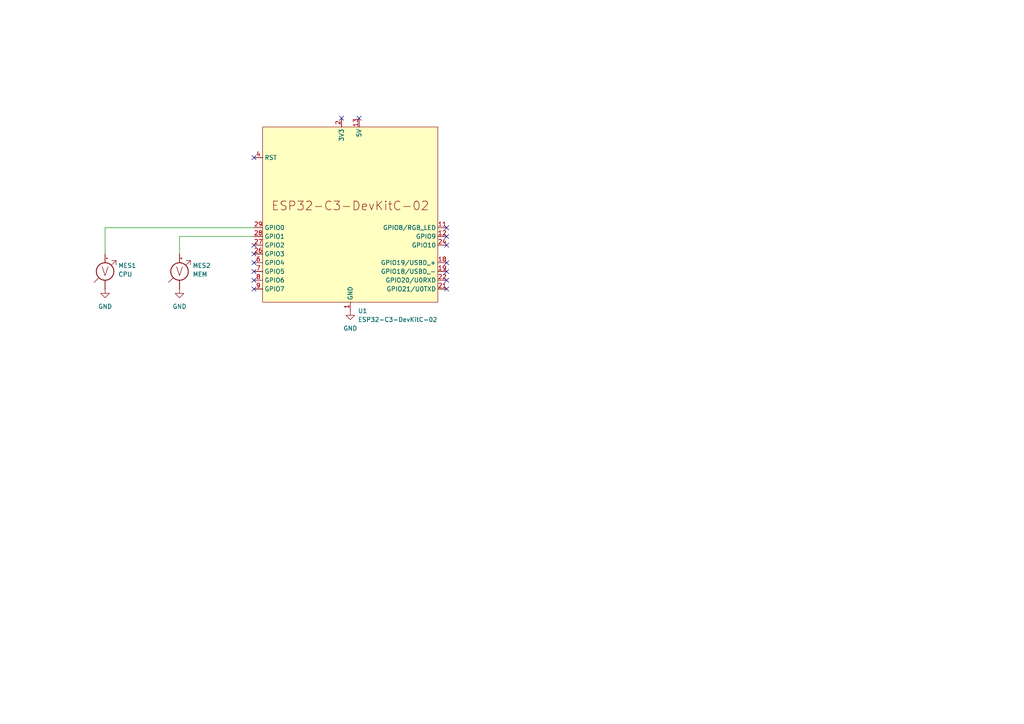
<source format=kicad_sch>
(kicad_sch (version 20231120) (generator "eeschema") (generator_version "8.0")
  (paper "A4")
  (title_block (title "Analog CPU Meter") (company "Atsushi Morimoto(@74th)"))
  (lib_symbols
    (symbol "Device:Voltmeter_DC" (pin_numbers hide) (pin_names (offset 0.0254) hide)
      (property "Reference" "MES" (at -3.302 1.016 0))
      (property "Value" "Voltmeter_DC" (at -3.302 -0.762 0))
      (symbol "Voltmeter_DC_0_0"
        (polyline (pts (xy -3.175 -3.175) (xy -1.905 -1.905)))
        (polyline (pts (xy 1.905 1.905) (xy 3.175 3.175)))
        (polyline (pts (xy 1.905 3.175) (xy 3.175 3.175) (xy 3.175 1.905)))
        (text "V" (at 0 0 0) (effects (font (size 2.54 2.54))))
      )
      (symbol "Voltmeter_DC_0_1"
        (polyline (pts (xy 0.254 3.81) (xy 0.762 3.81)))
        (polyline (pts (xy 0.508 4.064) (xy 0.508 3.556)))
        (circle (center 0 0) (radius 2.54) (stroke (width 0.254)))
      )
      (symbol "Voltmeter_DC_1_1"
        (pin passive line (at 0 -5.08 90) (length 2.54) (name "-") (number "1"))
        (pin passive line (at 0 5.08 270) (length 2.54) (name "+") (number "2"))
      )
    )
    (symbol "PCM_Espressif:ESP32-C3-DevKitC-02"
      (property "Reference" "U" (at -25.4 30.48 0))
      (property "Value" "ESP32-C3-DevKitC-02" (at -25.4 27.94 0))
      (symbol "ESP32-C3-DevKitC-02_0_1"
        (rectangle (start -25.4 25.4) (end 25.4 -25.4) (fill (type background)))
      )
      (symbol "ESP32-C3-DevKitC-02_1_0"
        (text "ESP32-C3-DevKitC-02" (at 0 2.54 0) (effects (font (size 2.54 2.54))))
      )
      (symbol "ESP32-C3-DevKitC-02_1_1"
        (pin passive line (at 0 -27.94 90) (length 2.54) (name "GND") (number "1"))
        (pin passive line (at 0 -27.94 90) (length 2.54) hide (name "GND") (number "10"))
        (pin bidirectional line (at 27.94 -3.81 180) (length 2.54) (name "GPIO8/RGB_LED") (number "11"))
        (pin bidirectional line (at 27.94 -6.35 180) (length 2.54) (name "GPIO9") (number "12"))
        (pin power_in line (at 2.54 27.94 270) (length 2.54) (name "5V") (number "13"))
        (pin power_in line (at 2.54 27.94 270) (length 2.54) hide (name "5V") (number "14"))
        (pin passive line (at 0 -27.94 90) (length 2.54) hide (name "GND") (number "15"))
        (pin passive line (at 0 -27.94 90) (length 2.54) hide (name "GND") (number "16"))
        (pin passive line (at 0 -27.94 90) (length 2.54) hide (name "GND") (number "17"))
        (pin bidirectional line (at 27.94 -13.97 180) (length 2.54) (name "GPIO19/USBD_+") (number "18"))
        (pin bidirectional line (at 27.94 -16.51 180) (length 2.54) (name "GPIO18/USBD_-") (number "19"))
        (pin power_in line (at -2.54 27.94 270) (length 2.54) (name "3V3") (number "2"))
        (pin passive line (at 0 -27.94 90) (length 2.54) hide (name "GND") (number "20"))
        (pin bidirectional line (at 27.94 -21.59 180) (length 2.54) (name "GPIO21/U0TXD") (number "21"))
        (pin bidirectional line (at 27.94 -19.05 180) (length 2.54) (name "GPIO20/U0RXD") (number "22"))
        (pin passive line (at 0 -27.94 90) (length 2.54) hide (name "GND") (number "23"))
        (pin bidirectional line (at 27.94 -8.89 180) (length 2.54) (name "GPIO10") (number "24"))
        (pin passive line (at 0 -27.94 90) (length 2.54) hide (name "GND") (number "25"))
        (pin bidirectional line (at -27.94 -11.43 0) (length 2.54) (name "GPIO3") (number "26"))
        (pin bidirectional line (at -27.94 -8.89 0) (length 2.54) (name "GPIO2") (number "27"))
        (pin bidirectional line (at -27.94 -6.35 0) (length 2.54) (name "GPIO1") (number "28"))
        (pin bidirectional line (at -27.94 -3.81 0) (length 2.54) (name "GPIO0") (number "29"))
        (pin power_in line (at -2.54 27.94 270) (length 2.54) hide (name "3V3") (number "3"))
        (pin passive line (at 0 -27.94 90) (length 2.54) hide (name "GND") (number "30"))
        (pin output line (at -27.94 16.51 0) (length 2.54) (name "RST") (number "4"))
        (pin passive line (at 0 -27.94 90) (length 2.54) hide (name "GND") (number "5"))
        (pin bidirectional line (at -27.94 -13.97 0) (length 2.54) (name "GPIO4") (number "6"))
        (pin bidirectional line (at -27.94 -16.51 0) (length 2.54) (name "GPIO5") (number "7"))
        (pin bidirectional line (at -27.94 -19.05 0) (length 2.54) (name "GPIO6") (number "8"))
        (pin bidirectional line (at -27.94 -21.59 0) (length 2.54) (name "GPIO7") (number "9"))
      )
    )
    (symbol "power:GND" (power) (pin_numbers hide) (pin_names (offset 0) hide)
      (property "Value" "GND" (at 0 -3.81 0))
      (symbol "GND_0_1"
        (polyline (pts (xy 0 0) (xy 0 -1.27) (xy 1.27 -1.27) (xy 0 -2.54) (xy -1.27 -1.27) (xy 0 -1.27)))
      )
      (symbol "GND_1_1"
        (pin power_in line (at 0 0 270) (length 0) (name "~") (number "1"))
      )
    )
  )
  (no_connect (at 73.66 71.12))
  (no_connect (at 129.54 83.82))
  (no_connect (at 129.54 66.04))
  (no_connect (at 129.54 68.58))
  (no_connect (at 73.66 76.2))
  (no_connect (at 99.06 34.29))
  (no_connect (at 129.54 78.74))
  (no_connect (at 129.54 81.28))
  (no_connect (at 129.54 71.12))
  (no_connect (at 73.66 83.82))
  (no_connect (at 104.14 34.29))
  (no_connect (at 73.66 73.66))
  (no_connect (at 73.66 81.28))
  (no_connect (at 129.54 76.2))
  (no_connect (at 73.66 78.74))
  (no_connect (at 73.66 45.72))
  (wire (pts (xy 30.48 66.04) (xy 30.48 73.66)))
  (wire (pts (xy 73.66 68.58) (xy 52.07 68.58)))
  (wire (pts (xy 73.66 66.04) (xy 30.48 66.04)))
  (wire (pts (xy 52.07 68.58) (xy 52.07 73.66)))
  (symbol (lib_id "Device:Voltmeter_DC") (at 52.07 78.74 0) (unit 1)
    (property "Reference" "MES2" (at 55.88 77.0254 0) (effects (justify left)))
    (property "Value" "MEM" (at 55.88 79.5654 0) (effects (justify left)))
    (property "Description" "DC voltmeter" (effects (hide yes)))
  )
  (symbol (lib_id "Device:Voltmeter_DC") (at 30.48 78.74 0) (unit 1)
    (property "Reference" "MES1" (at 34.29 77.0254 0) (effects (justify left)))
    (property "Value" "CPU" (at 34.29 79.5654 0) (effects (justify left)))
    (property "Description" "DC voltmeter" (effects (hide yes)))
  )
  (symbol (lib_id "power:GND") (at 52.07 83.82 0) (unit 1)
    (property "Reference" "#PWR03" (effects (hide yes)))
    (property "Value" "GND" (at 52.07 88.9 0))
    (property "Description" "Power symbol creates a global label with name \"GND\" , ground" (effects (hide yes)))
  )
  (symbol (lib_id "PCM_Espressif:ESP32-C3-DevKitC-02") (at 101.6 62.23 0) (unit 1)
    (property "Reference" "U1" (at 103.7941 90.17 0) (effects (justify left)))
    (property "Value" "ESP32-C3-DevKitC-02" (at 103.7941 92.71 0) (effects (justify left)))
    (property "Footprint" "PCM_Espressif:ESP32-C3-DevKitC-02" (effects (hide yes)))
    (property "Datasheet" "https://www.espressif.com/sites/default/files/documentation/esp32-c3_datasheet_en.pdf" (effects (hide yes)))
    (property "Description" "ESP32-C3-DevKitC-02 is an entry-level development board based on ESP32-C3-WROOM-02, a general-purpose module with 4 MB SPI flash. This board integrates complete Wi-Fi and Bluetooth® Low Energy functions." (effects (hide yes)))
  )
  (symbol (lib_id "power:GND") (at 30.48 83.82 0) (unit 1)
    (property "Reference" "#PWR02" (effects (hide yes)))
    (property "Value" "GND" (at 30.48 88.9 0))
    (property "Description" "Power symbol creates a global label with name \"GND\" , ground" (effects (hide yes)))
  )
  (symbol (lib_id "power:GND") (at 101.6 90.17 0) (unit 1)
    (property "Reference" "#PWR01" (effects (hide yes)))
    (property "Value" "GND" (at 101.6 95.25 0))
    (property "Description" "Power symbol creates a global label with name \"GND\" , ground" (effects (hide yes)))
  )
)
</source>
